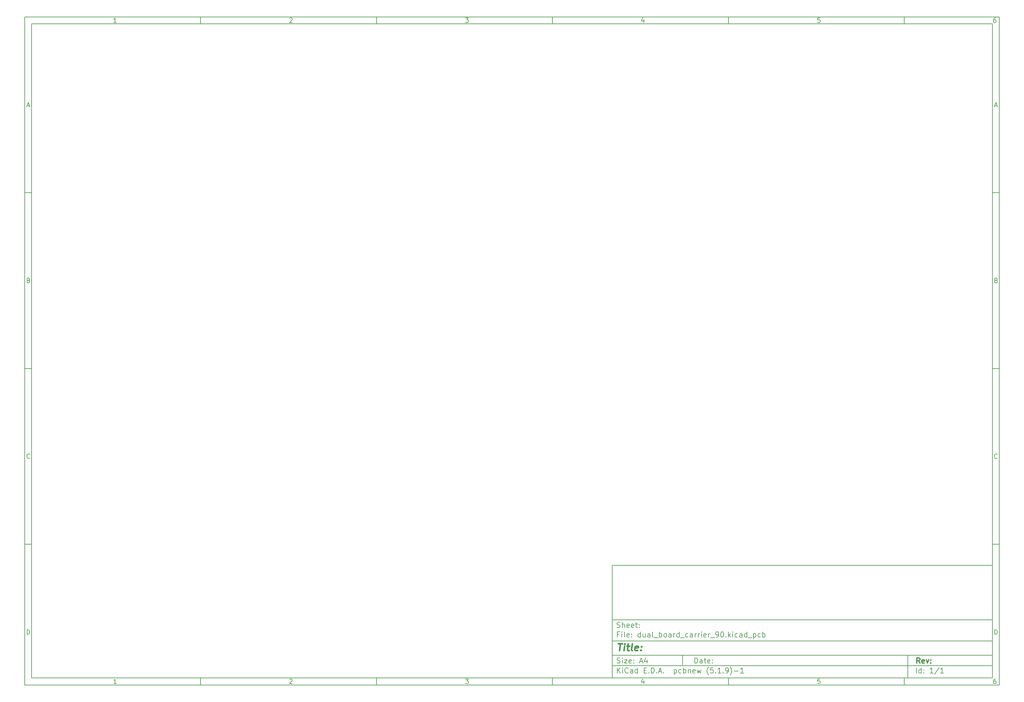
<source format=gbr>
%TF.GenerationSoftware,KiCad,Pcbnew,(5.1.9)-1*%
%TF.CreationDate,2021-02-06T18:14:13-06:00*%
%TF.ProjectId,dual_board_carrier_90,6475616c-5f62-46f6-9172-645f63617272,rev?*%
%TF.SameCoordinates,Original*%
%TF.FileFunction,Paste,Bot*%
%TF.FilePolarity,Positive*%
%FSLAX46Y46*%
G04 Gerber Fmt 4.6, Leading zero omitted, Abs format (unit mm)*
G04 Created by KiCad (PCBNEW (5.1.9)-1) date 2021-02-06 18:14:13*
%MOMM*%
%LPD*%
G01*
G04 APERTURE LIST*
%ADD10C,0.100000*%
%ADD11C,0.150000*%
%ADD12C,0.300000*%
%ADD13C,0.400000*%
G04 APERTURE END LIST*
D10*
D11*
X177002200Y-166007200D02*
X177002200Y-198007200D01*
X285002200Y-198007200D01*
X285002200Y-166007200D01*
X177002200Y-166007200D01*
D10*
D11*
X10000000Y-10000000D02*
X10000000Y-200007200D01*
X287002200Y-200007200D01*
X287002200Y-10000000D01*
X10000000Y-10000000D01*
D10*
D11*
X12000000Y-12000000D02*
X12000000Y-198007200D01*
X285002200Y-198007200D01*
X285002200Y-12000000D01*
X12000000Y-12000000D01*
D10*
D11*
X60000000Y-12000000D02*
X60000000Y-10000000D01*
D10*
D11*
X110000000Y-12000000D02*
X110000000Y-10000000D01*
D10*
D11*
X160000000Y-12000000D02*
X160000000Y-10000000D01*
D10*
D11*
X210000000Y-12000000D02*
X210000000Y-10000000D01*
D10*
D11*
X260000000Y-12000000D02*
X260000000Y-10000000D01*
D10*
D11*
X36065476Y-11588095D02*
X35322619Y-11588095D01*
X35694047Y-11588095D02*
X35694047Y-10288095D01*
X35570238Y-10473809D01*
X35446428Y-10597619D01*
X35322619Y-10659523D01*
D10*
D11*
X85322619Y-10411904D02*
X85384523Y-10350000D01*
X85508333Y-10288095D01*
X85817857Y-10288095D01*
X85941666Y-10350000D01*
X86003571Y-10411904D01*
X86065476Y-10535714D01*
X86065476Y-10659523D01*
X86003571Y-10845238D01*
X85260714Y-11588095D01*
X86065476Y-11588095D01*
D10*
D11*
X135260714Y-10288095D02*
X136065476Y-10288095D01*
X135632142Y-10783333D01*
X135817857Y-10783333D01*
X135941666Y-10845238D01*
X136003571Y-10907142D01*
X136065476Y-11030952D01*
X136065476Y-11340476D01*
X136003571Y-11464285D01*
X135941666Y-11526190D01*
X135817857Y-11588095D01*
X135446428Y-11588095D01*
X135322619Y-11526190D01*
X135260714Y-11464285D01*
D10*
D11*
X185941666Y-10721428D02*
X185941666Y-11588095D01*
X185632142Y-10226190D02*
X185322619Y-11154761D01*
X186127380Y-11154761D01*
D10*
D11*
X236003571Y-10288095D02*
X235384523Y-10288095D01*
X235322619Y-10907142D01*
X235384523Y-10845238D01*
X235508333Y-10783333D01*
X235817857Y-10783333D01*
X235941666Y-10845238D01*
X236003571Y-10907142D01*
X236065476Y-11030952D01*
X236065476Y-11340476D01*
X236003571Y-11464285D01*
X235941666Y-11526190D01*
X235817857Y-11588095D01*
X235508333Y-11588095D01*
X235384523Y-11526190D01*
X235322619Y-11464285D01*
D10*
D11*
X285941666Y-10288095D02*
X285694047Y-10288095D01*
X285570238Y-10350000D01*
X285508333Y-10411904D01*
X285384523Y-10597619D01*
X285322619Y-10845238D01*
X285322619Y-11340476D01*
X285384523Y-11464285D01*
X285446428Y-11526190D01*
X285570238Y-11588095D01*
X285817857Y-11588095D01*
X285941666Y-11526190D01*
X286003571Y-11464285D01*
X286065476Y-11340476D01*
X286065476Y-11030952D01*
X286003571Y-10907142D01*
X285941666Y-10845238D01*
X285817857Y-10783333D01*
X285570238Y-10783333D01*
X285446428Y-10845238D01*
X285384523Y-10907142D01*
X285322619Y-11030952D01*
D10*
D11*
X60000000Y-198007200D02*
X60000000Y-200007200D01*
D10*
D11*
X110000000Y-198007200D02*
X110000000Y-200007200D01*
D10*
D11*
X160000000Y-198007200D02*
X160000000Y-200007200D01*
D10*
D11*
X210000000Y-198007200D02*
X210000000Y-200007200D01*
D10*
D11*
X260000000Y-198007200D02*
X260000000Y-200007200D01*
D10*
D11*
X36065476Y-199595295D02*
X35322619Y-199595295D01*
X35694047Y-199595295D02*
X35694047Y-198295295D01*
X35570238Y-198481009D01*
X35446428Y-198604819D01*
X35322619Y-198666723D01*
D10*
D11*
X85322619Y-198419104D02*
X85384523Y-198357200D01*
X85508333Y-198295295D01*
X85817857Y-198295295D01*
X85941666Y-198357200D01*
X86003571Y-198419104D01*
X86065476Y-198542914D01*
X86065476Y-198666723D01*
X86003571Y-198852438D01*
X85260714Y-199595295D01*
X86065476Y-199595295D01*
D10*
D11*
X135260714Y-198295295D02*
X136065476Y-198295295D01*
X135632142Y-198790533D01*
X135817857Y-198790533D01*
X135941666Y-198852438D01*
X136003571Y-198914342D01*
X136065476Y-199038152D01*
X136065476Y-199347676D01*
X136003571Y-199471485D01*
X135941666Y-199533390D01*
X135817857Y-199595295D01*
X135446428Y-199595295D01*
X135322619Y-199533390D01*
X135260714Y-199471485D01*
D10*
D11*
X185941666Y-198728628D02*
X185941666Y-199595295D01*
X185632142Y-198233390D02*
X185322619Y-199161961D01*
X186127380Y-199161961D01*
D10*
D11*
X236003571Y-198295295D02*
X235384523Y-198295295D01*
X235322619Y-198914342D01*
X235384523Y-198852438D01*
X235508333Y-198790533D01*
X235817857Y-198790533D01*
X235941666Y-198852438D01*
X236003571Y-198914342D01*
X236065476Y-199038152D01*
X236065476Y-199347676D01*
X236003571Y-199471485D01*
X235941666Y-199533390D01*
X235817857Y-199595295D01*
X235508333Y-199595295D01*
X235384523Y-199533390D01*
X235322619Y-199471485D01*
D10*
D11*
X285941666Y-198295295D02*
X285694047Y-198295295D01*
X285570238Y-198357200D01*
X285508333Y-198419104D01*
X285384523Y-198604819D01*
X285322619Y-198852438D01*
X285322619Y-199347676D01*
X285384523Y-199471485D01*
X285446428Y-199533390D01*
X285570238Y-199595295D01*
X285817857Y-199595295D01*
X285941666Y-199533390D01*
X286003571Y-199471485D01*
X286065476Y-199347676D01*
X286065476Y-199038152D01*
X286003571Y-198914342D01*
X285941666Y-198852438D01*
X285817857Y-198790533D01*
X285570238Y-198790533D01*
X285446428Y-198852438D01*
X285384523Y-198914342D01*
X285322619Y-199038152D01*
D10*
D11*
X10000000Y-60000000D02*
X12000000Y-60000000D01*
D10*
D11*
X10000000Y-110000000D02*
X12000000Y-110000000D01*
D10*
D11*
X10000000Y-160000000D02*
X12000000Y-160000000D01*
D10*
D11*
X10690476Y-35216666D02*
X11309523Y-35216666D01*
X10566666Y-35588095D02*
X11000000Y-34288095D01*
X11433333Y-35588095D01*
D10*
D11*
X11092857Y-84907142D02*
X11278571Y-84969047D01*
X11340476Y-85030952D01*
X11402380Y-85154761D01*
X11402380Y-85340476D01*
X11340476Y-85464285D01*
X11278571Y-85526190D01*
X11154761Y-85588095D01*
X10659523Y-85588095D01*
X10659523Y-84288095D01*
X11092857Y-84288095D01*
X11216666Y-84350000D01*
X11278571Y-84411904D01*
X11340476Y-84535714D01*
X11340476Y-84659523D01*
X11278571Y-84783333D01*
X11216666Y-84845238D01*
X11092857Y-84907142D01*
X10659523Y-84907142D01*
D10*
D11*
X11402380Y-135464285D02*
X11340476Y-135526190D01*
X11154761Y-135588095D01*
X11030952Y-135588095D01*
X10845238Y-135526190D01*
X10721428Y-135402380D01*
X10659523Y-135278571D01*
X10597619Y-135030952D01*
X10597619Y-134845238D01*
X10659523Y-134597619D01*
X10721428Y-134473809D01*
X10845238Y-134350000D01*
X11030952Y-134288095D01*
X11154761Y-134288095D01*
X11340476Y-134350000D01*
X11402380Y-134411904D01*
D10*
D11*
X10659523Y-185588095D02*
X10659523Y-184288095D01*
X10969047Y-184288095D01*
X11154761Y-184350000D01*
X11278571Y-184473809D01*
X11340476Y-184597619D01*
X11402380Y-184845238D01*
X11402380Y-185030952D01*
X11340476Y-185278571D01*
X11278571Y-185402380D01*
X11154761Y-185526190D01*
X10969047Y-185588095D01*
X10659523Y-185588095D01*
D10*
D11*
X287002200Y-60000000D02*
X285002200Y-60000000D01*
D10*
D11*
X287002200Y-110000000D02*
X285002200Y-110000000D01*
D10*
D11*
X287002200Y-160000000D02*
X285002200Y-160000000D01*
D10*
D11*
X285692676Y-35216666D02*
X286311723Y-35216666D01*
X285568866Y-35588095D02*
X286002200Y-34288095D01*
X286435533Y-35588095D01*
D10*
D11*
X286095057Y-84907142D02*
X286280771Y-84969047D01*
X286342676Y-85030952D01*
X286404580Y-85154761D01*
X286404580Y-85340476D01*
X286342676Y-85464285D01*
X286280771Y-85526190D01*
X286156961Y-85588095D01*
X285661723Y-85588095D01*
X285661723Y-84288095D01*
X286095057Y-84288095D01*
X286218866Y-84350000D01*
X286280771Y-84411904D01*
X286342676Y-84535714D01*
X286342676Y-84659523D01*
X286280771Y-84783333D01*
X286218866Y-84845238D01*
X286095057Y-84907142D01*
X285661723Y-84907142D01*
D10*
D11*
X286404580Y-135464285D02*
X286342676Y-135526190D01*
X286156961Y-135588095D01*
X286033152Y-135588095D01*
X285847438Y-135526190D01*
X285723628Y-135402380D01*
X285661723Y-135278571D01*
X285599819Y-135030952D01*
X285599819Y-134845238D01*
X285661723Y-134597619D01*
X285723628Y-134473809D01*
X285847438Y-134350000D01*
X286033152Y-134288095D01*
X286156961Y-134288095D01*
X286342676Y-134350000D01*
X286404580Y-134411904D01*
D10*
D11*
X285661723Y-185588095D02*
X285661723Y-184288095D01*
X285971247Y-184288095D01*
X286156961Y-184350000D01*
X286280771Y-184473809D01*
X286342676Y-184597619D01*
X286404580Y-184845238D01*
X286404580Y-185030952D01*
X286342676Y-185278571D01*
X286280771Y-185402380D01*
X286156961Y-185526190D01*
X285971247Y-185588095D01*
X285661723Y-185588095D01*
D10*
D11*
X200434342Y-193785771D02*
X200434342Y-192285771D01*
X200791485Y-192285771D01*
X201005771Y-192357200D01*
X201148628Y-192500057D01*
X201220057Y-192642914D01*
X201291485Y-192928628D01*
X201291485Y-193142914D01*
X201220057Y-193428628D01*
X201148628Y-193571485D01*
X201005771Y-193714342D01*
X200791485Y-193785771D01*
X200434342Y-193785771D01*
X202577200Y-193785771D02*
X202577200Y-193000057D01*
X202505771Y-192857200D01*
X202362914Y-192785771D01*
X202077200Y-192785771D01*
X201934342Y-192857200D01*
X202577200Y-193714342D02*
X202434342Y-193785771D01*
X202077200Y-193785771D01*
X201934342Y-193714342D01*
X201862914Y-193571485D01*
X201862914Y-193428628D01*
X201934342Y-193285771D01*
X202077200Y-193214342D01*
X202434342Y-193214342D01*
X202577200Y-193142914D01*
X203077200Y-192785771D02*
X203648628Y-192785771D01*
X203291485Y-192285771D02*
X203291485Y-193571485D01*
X203362914Y-193714342D01*
X203505771Y-193785771D01*
X203648628Y-193785771D01*
X204720057Y-193714342D02*
X204577200Y-193785771D01*
X204291485Y-193785771D01*
X204148628Y-193714342D01*
X204077200Y-193571485D01*
X204077200Y-193000057D01*
X204148628Y-192857200D01*
X204291485Y-192785771D01*
X204577200Y-192785771D01*
X204720057Y-192857200D01*
X204791485Y-193000057D01*
X204791485Y-193142914D01*
X204077200Y-193285771D01*
X205434342Y-193642914D02*
X205505771Y-193714342D01*
X205434342Y-193785771D01*
X205362914Y-193714342D01*
X205434342Y-193642914D01*
X205434342Y-193785771D01*
X205434342Y-192857200D02*
X205505771Y-192928628D01*
X205434342Y-193000057D01*
X205362914Y-192928628D01*
X205434342Y-192857200D01*
X205434342Y-193000057D01*
D10*
D11*
X177002200Y-194507200D02*
X285002200Y-194507200D01*
D10*
D11*
X178434342Y-196585771D02*
X178434342Y-195085771D01*
X179291485Y-196585771D02*
X178648628Y-195728628D01*
X179291485Y-195085771D02*
X178434342Y-195942914D01*
X179934342Y-196585771D02*
X179934342Y-195585771D01*
X179934342Y-195085771D02*
X179862914Y-195157200D01*
X179934342Y-195228628D01*
X180005771Y-195157200D01*
X179934342Y-195085771D01*
X179934342Y-195228628D01*
X181505771Y-196442914D02*
X181434342Y-196514342D01*
X181220057Y-196585771D01*
X181077200Y-196585771D01*
X180862914Y-196514342D01*
X180720057Y-196371485D01*
X180648628Y-196228628D01*
X180577200Y-195942914D01*
X180577200Y-195728628D01*
X180648628Y-195442914D01*
X180720057Y-195300057D01*
X180862914Y-195157200D01*
X181077200Y-195085771D01*
X181220057Y-195085771D01*
X181434342Y-195157200D01*
X181505771Y-195228628D01*
X182791485Y-196585771D02*
X182791485Y-195800057D01*
X182720057Y-195657200D01*
X182577200Y-195585771D01*
X182291485Y-195585771D01*
X182148628Y-195657200D01*
X182791485Y-196514342D02*
X182648628Y-196585771D01*
X182291485Y-196585771D01*
X182148628Y-196514342D01*
X182077200Y-196371485D01*
X182077200Y-196228628D01*
X182148628Y-196085771D01*
X182291485Y-196014342D01*
X182648628Y-196014342D01*
X182791485Y-195942914D01*
X184148628Y-196585771D02*
X184148628Y-195085771D01*
X184148628Y-196514342D02*
X184005771Y-196585771D01*
X183720057Y-196585771D01*
X183577200Y-196514342D01*
X183505771Y-196442914D01*
X183434342Y-196300057D01*
X183434342Y-195871485D01*
X183505771Y-195728628D01*
X183577200Y-195657200D01*
X183720057Y-195585771D01*
X184005771Y-195585771D01*
X184148628Y-195657200D01*
X186005771Y-195800057D02*
X186505771Y-195800057D01*
X186720057Y-196585771D02*
X186005771Y-196585771D01*
X186005771Y-195085771D01*
X186720057Y-195085771D01*
X187362914Y-196442914D02*
X187434342Y-196514342D01*
X187362914Y-196585771D01*
X187291485Y-196514342D01*
X187362914Y-196442914D01*
X187362914Y-196585771D01*
X188077200Y-196585771D02*
X188077200Y-195085771D01*
X188434342Y-195085771D01*
X188648628Y-195157200D01*
X188791485Y-195300057D01*
X188862914Y-195442914D01*
X188934342Y-195728628D01*
X188934342Y-195942914D01*
X188862914Y-196228628D01*
X188791485Y-196371485D01*
X188648628Y-196514342D01*
X188434342Y-196585771D01*
X188077200Y-196585771D01*
X189577200Y-196442914D02*
X189648628Y-196514342D01*
X189577200Y-196585771D01*
X189505771Y-196514342D01*
X189577200Y-196442914D01*
X189577200Y-196585771D01*
X190220057Y-196157200D02*
X190934342Y-196157200D01*
X190077200Y-196585771D02*
X190577200Y-195085771D01*
X191077200Y-196585771D01*
X191577200Y-196442914D02*
X191648628Y-196514342D01*
X191577200Y-196585771D01*
X191505771Y-196514342D01*
X191577200Y-196442914D01*
X191577200Y-196585771D01*
X194577200Y-195585771D02*
X194577200Y-197085771D01*
X194577200Y-195657200D02*
X194720057Y-195585771D01*
X195005771Y-195585771D01*
X195148628Y-195657200D01*
X195220057Y-195728628D01*
X195291485Y-195871485D01*
X195291485Y-196300057D01*
X195220057Y-196442914D01*
X195148628Y-196514342D01*
X195005771Y-196585771D01*
X194720057Y-196585771D01*
X194577200Y-196514342D01*
X196577200Y-196514342D02*
X196434342Y-196585771D01*
X196148628Y-196585771D01*
X196005771Y-196514342D01*
X195934342Y-196442914D01*
X195862914Y-196300057D01*
X195862914Y-195871485D01*
X195934342Y-195728628D01*
X196005771Y-195657200D01*
X196148628Y-195585771D01*
X196434342Y-195585771D01*
X196577200Y-195657200D01*
X197220057Y-196585771D02*
X197220057Y-195085771D01*
X197220057Y-195657200D02*
X197362914Y-195585771D01*
X197648628Y-195585771D01*
X197791485Y-195657200D01*
X197862914Y-195728628D01*
X197934342Y-195871485D01*
X197934342Y-196300057D01*
X197862914Y-196442914D01*
X197791485Y-196514342D01*
X197648628Y-196585771D01*
X197362914Y-196585771D01*
X197220057Y-196514342D01*
X198577200Y-195585771D02*
X198577200Y-196585771D01*
X198577200Y-195728628D02*
X198648628Y-195657200D01*
X198791485Y-195585771D01*
X199005771Y-195585771D01*
X199148628Y-195657200D01*
X199220057Y-195800057D01*
X199220057Y-196585771D01*
X200505771Y-196514342D02*
X200362914Y-196585771D01*
X200077200Y-196585771D01*
X199934342Y-196514342D01*
X199862914Y-196371485D01*
X199862914Y-195800057D01*
X199934342Y-195657200D01*
X200077200Y-195585771D01*
X200362914Y-195585771D01*
X200505771Y-195657200D01*
X200577200Y-195800057D01*
X200577200Y-195942914D01*
X199862914Y-196085771D01*
X201077200Y-195585771D02*
X201362914Y-196585771D01*
X201648628Y-195871485D01*
X201934342Y-196585771D01*
X202220057Y-195585771D01*
X204362914Y-197157200D02*
X204291485Y-197085771D01*
X204148628Y-196871485D01*
X204077200Y-196728628D01*
X204005771Y-196514342D01*
X203934342Y-196157200D01*
X203934342Y-195871485D01*
X204005771Y-195514342D01*
X204077200Y-195300057D01*
X204148628Y-195157200D01*
X204291485Y-194942914D01*
X204362914Y-194871485D01*
X205648628Y-195085771D02*
X204934342Y-195085771D01*
X204862914Y-195800057D01*
X204934342Y-195728628D01*
X205077200Y-195657200D01*
X205434342Y-195657200D01*
X205577200Y-195728628D01*
X205648628Y-195800057D01*
X205720057Y-195942914D01*
X205720057Y-196300057D01*
X205648628Y-196442914D01*
X205577200Y-196514342D01*
X205434342Y-196585771D01*
X205077200Y-196585771D01*
X204934342Y-196514342D01*
X204862914Y-196442914D01*
X206362914Y-196442914D02*
X206434342Y-196514342D01*
X206362914Y-196585771D01*
X206291485Y-196514342D01*
X206362914Y-196442914D01*
X206362914Y-196585771D01*
X207862914Y-196585771D02*
X207005771Y-196585771D01*
X207434342Y-196585771D02*
X207434342Y-195085771D01*
X207291485Y-195300057D01*
X207148628Y-195442914D01*
X207005771Y-195514342D01*
X208505771Y-196442914D02*
X208577200Y-196514342D01*
X208505771Y-196585771D01*
X208434342Y-196514342D01*
X208505771Y-196442914D01*
X208505771Y-196585771D01*
X209291485Y-196585771D02*
X209577200Y-196585771D01*
X209720057Y-196514342D01*
X209791485Y-196442914D01*
X209934342Y-196228628D01*
X210005771Y-195942914D01*
X210005771Y-195371485D01*
X209934342Y-195228628D01*
X209862914Y-195157200D01*
X209720057Y-195085771D01*
X209434342Y-195085771D01*
X209291485Y-195157200D01*
X209220057Y-195228628D01*
X209148628Y-195371485D01*
X209148628Y-195728628D01*
X209220057Y-195871485D01*
X209291485Y-195942914D01*
X209434342Y-196014342D01*
X209720057Y-196014342D01*
X209862914Y-195942914D01*
X209934342Y-195871485D01*
X210005771Y-195728628D01*
X210505771Y-197157200D02*
X210577200Y-197085771D01*
X210720057Y-196871485D01*
X210791485Y-196728628D01*
X210862914Y-196514342D01*
X210934342Y-196157200D01*
X210934342Y-195871485D01*
X210862914Y-195514342D01*
X210791485Y-195300057D01*
X210720057Y-195157200D01*
X210577200Y-194942914D01*
X210505771Y-194871485D01*
X211648628Y-196014342D02*
X212791485Y-196014342D01*
X214291485Y-196585771D02*
X213434342Y-196585771D01*
X213862914Y-196585771D02*
X213862914Y-195085771D01*
X213720057Y-195300057D01*
X213577200Y-195442914D01*
X213434342Y-195514342D01*
D10*
D11*
X177002200Y-191507200D02*
X285002200Y-191507200D01*
D10*
D12*
X264411485Y-193785771D02*
X263911485Y-193071485D01*
X263554342Y-193785771D02*
X263554342Y-192285771D01*
X264125771Y-192285771D01*
X264268628Y-192357200D01*
X264340057Y-192428628D01*
X264411485Y-192571485D01*
X264411485Y-192785771D01*
X264340057Y-192928628D01*
X264268628Y-193000057D01*
X264125771Y-193071485D01*
X263554342Y-193071485D01*
X265625771Y-193714342D02*
X265482914Y-193785771D01*
X265197200Y-193785771D01*
X265054342Y-193714342D01*
X264982914Y-193571485D01*
X264982914Y-193000057D01*
X265054342Y-192857200D01*
X265197200Y-192785771D01*
X265482914Y-192785771D01*
X265625771Y-192857200D01*
X265697200Y-193000057D01*
X265697200Y-193142914D01*
X264982914Y-193285771D01*
X266197200Y-192785771D02*
X266554342Y-193785771D01*
X266911485Y-192785771D01*
X267482914Y-193642914D02*
X267554342Y-193714342D01*
X267482914Y-193785771D01*
X267411485Y-193714342D01*
X267482914Y-193642914D01*
X267482914Y-193785771D01*
X267482914Y-192857200D02*
X267554342Y-192928628D01*
X267482914Y-193000057D01*
X267411485Y-192928628D01*
X267482914Y-192857200D01*
X267482914Y-193000057D01*
D10*
D11*
X178362914Y-193714342D02*
X178577200Y-193785771D01*
X178934342Y-193785771D01*
X179077200Y-193714342D01*
X179148628Y-193642914D01*
X179220057Y-193500057D01*
X179220057Y-193357200D01*
X179148628Y-193214342D01*
X179077200Y-193142914D01*
X178934342Y-193071485D01*
X178648628Y-193000057D01*
X178505771Y-192928628D01*
X178434342Y-192857200D01*
X178362914Y-192714342D01*
X178362914Y-192571485D01*
X178434342Y-192428628D01*
X178505771Y-192357200D01*
X178648628Y-192285771D01*
X179005771Y-192285771D01*
X179220057Y-192357200D01*
X179862914Y-193785771D02*
X179862914Y-192785771D01*
X179862914Y-192285771D02*
X179791485Y-192357200D01*
X179862914Y-192428628D01*
X179934342Y-192357200D01*
X179862914Y-192285771D01*
X179862914Y-192428628D01*
X180434342Y-192785771D02*
X181220057Y-192785771D01*
X180434342Y-193785771D01*
X181220057Y-193785771D01*
X182362914Y-193714342D02*
X182220057Y-193785771D01*
X181934342Y-193785771D01*
X181791485Y-193714342D01*
X181720057Y-193571485D01*
X181720057Y-193000057D01*
X181791485Y-192857200D01*
X181934342Y-192785771D01*
X182220057Y-192785771D01*
X182362914Y-192857200D01*
X182434342Y-193000057D01*
X182434342Y-193142914D01*
X181720057Y-193285771D01*
X183077200Y-193642914D02*
X183148628Y-193714342D01*
X183077200Y-193785771D01*
X183005771Y-193714342D01*
X183077200Y-193642914D01*
X183077200Y-193785771D01*
X183077200Y-192857200D02*
X183148628Y-192928628D01*
X183077200Y-193000057D01*
X183005771Y-192928628D01*
X183077200Y-192857200D01*
X183077200Y-193000057D01*
X184862914Y-193357200D02*
X185577200Y-193357200D01*
X184720057Y-193785771D02*
X185220057Y-192285771D01*
X185720057Y-193785771D01*
X186862914Y-192785771D02*
X186862914Y-193785771D01*
X186505771Y-192214342D02*
X186148628Y-193285771D01*
X187077200Y-193285771D01*
D10*
D11*
X263434342Y-196585771D02*
X263434342Y-195085771D01*
X264791485Y-196585771D02*
X264791485Y-195085771D01*
X264791485Y-196514342D02*
X264648628Y-196585771D01*
X264362914Y-196585771D01*
X264220057Y-196514342D01*
X264148628Y-196442914D01*
X264077200Y-196300057D01*
X264077200Y-195871485D01*
X264148628Y-195728628D01*
X264220057Y-195657200D01*
X264362914Y-195585771D01*
X264648628Y-195585771D01*
X264791485Y-195657200D01*
X265505771Y-196442914D02*
X265577200Y-196514342D01*
X265505771Y-196585771D01*
X265434342Y-196514342D01*
X265505771Y-196442914D01*
X265505771Y-196585771D01*
X265505771Y-195657200D02*
X265577200Y-195728628D01*
X265505771Y-195800057D01*
X265434342Y-195728628D01*
X265505771Y-195657200D01*
X265505771Y-195800057D01*
X268148628Y-196585771D02*
X267291485Y-196585771D01*
X267720057Y-196585771D02*
X267720057Y-195085771D01*
X267577200Y-195300057D01*
X267434342Y-195442914D01*
X267291485Y-195514342D01*
X269862914Y-195014342D02*
X268577200Y-196942914D01*
X271148628Y-196585771D02*
X270291485Y-196585771D01*
X270720057Y-196585771D02*
X270720057Y-195085771D01*
X270577200Y-195300057D01*
X270434342Y-195442914D01*
X270291485Y-195514342D01*
D10*
D11*
X177002200Y-187507200D02*
X285002200Y-187507200D01*
D10*
D13*
X178714580Y-188211961D02*
X179857438Y-188211961D01*
X179036009Y-190211961D02*
X179286009Y-188211961D01*
X180274104Y-190211961D02*
X180440771Y-188878628D01*
X180524104Y-188211961D02*
X180416961Y-188307200D01*
X180500295Y-188402438D01*
X180607438Y-188307200D01*
X180524104Y-188211961D01*
X180500295Y-188402438D01*
X181107438Y-188878628D02*
X181869342Y-188878628D01*
X181476485Y-188211961D02*
X181262200Y-189926247D01*
X181333628Y-190116723D01*
X181512200Y-190211961D01*
X181702676Y-190211961D01*
X182655057Y-190211961D02*
X182476485Y-190116723D01*
X182405057Y-189926247D01*
X182619342Y-188211961D01*
X184190771Y-190116723D02*
X183988390Y-190211961D01*
X183607438Y-190211961D01*
X183428866Y-190116723D01*
X183357438Y-189926247D01*
X183452676Y-189164342D01*
X183571723Y-188973866D01*
X183774104Y-188878628D01*
X184155057Y-188878628D01*
X184333628Y-188973866D01*
X184405057Y-189164342D01*
X184381247Y-189354819D01*
X183405057Y-189545295D01*
X185155057Y-190021485D02*
X185238390Y-190116723D01*
X185131247Y-190211961D01*
X185047914Y-190116723D01*
X185155057Y-190021485D01*
X185131247Y-190211961D01*
X185286009Y-188973866D02*
X185369342Y-189069104D01*
X185262200Y-189164342D01*
X185178866Y-189069104D01*
X185286009Y-188973866D01*
X185262200Y-189164342D01*
D10*
D11*
X178934342Y-185600057D02*
X178434342Y-185600057D01*
X178434342Y-186385771D02*
X178434342Y-184885771D01*
X179148628Y-184885771D01*
X179720057Y-186385771D02*
X179720057Y-185385771D01*
X179720057Y-184885771D02*
X179648628Y-184957200D01*
X179720057Y-185028628D01*
X179791485Y-184957200D01*
X179720057Y-184885771D01*
X179720057Y-185028628D01*
X180648628Y-186385771D02*
X180505771Y-186314342D01*
X180434342Y-186171485D01*
X180434342Y-184885771D01*
X181791485Y-186314342D02*
X181648628Y-186385771D01*
X181362914Y-186385771D01*
X181220057Y-186314342D01*
X181148628Y-186171485D01*
X181148628Y-185600057D01*
X181220057Y-185457200D01*
X181362914Y-185385771D01*
X181648628Y-185385771D01*
X181791485Y-185457200D01*
X181862914Y-185600057D01*
X181862914Y-185742914D01*
X181148628Y-185885771D01*
X182505771Y-186242914D02*
X182577200Y-186314342D01*
X182505771Y-186385771D01*
X182434342Y-186314342D01*
X182505771Y-186242914D01*
X182505771Y-186385771D01*
X182505771Y-185457200D02*
X182577200Y-185528628D01*
X182505771Y-185600057D01*
X182434342Y-185528628D01*
X182505771Y-185457200D01*
X182505771Y-185600057D01*
X185005771Y-186385771D02*
X185005771Y-184885771D01*
X185005771Y-186314342D02*
X184862914Y-186385771D01*
X184577200Y-186385771D01*
X184434342Y-186314342D01*
X184362914Y-186242914D01*
X184291485Y-186100057D01*
X184291485Y-185671485D01*
X184362914Y-185528628D01*
X184434342Y-185457200D01*
X184577200Y-185385771D01*
X184862914Y-185385771D01*
X185005771Y-185457200D01*
X186362914Y-185385771D02*
X186362914Y-186385771D01*
X185720057Y-185385771D02*
X185720057Y-186171485D01*
X185791485Y-186314342D01*
X185934342Y-186385771D01*
X186148628Y-186385771D01*
X186291485Y-186314342D01*
X186362914Y-186242914D01*
X187720057Y-186385771D02*
X187720057Y-185600057D01*
X187648628Y-185457200D01*
X187505771Y-185385771D01*
X187220057Y-185385771D01*
X187077200Y-185457200D01*
X187720057Y-186314342D02*
X187577200Y-186385771D01*
X187220057Y-186385771D01*
X187077200Y-186314342D01*
X187005771Y-186171485D01*
X187005771Y-186028628D01*
X187077200Y-185885771D01*
X187220057Y-185814342D01*
X187577200Y-185814342D01*
X187720057Y-185742914D01*
X188648628Y-186385771D02*
X188505771Y-186314342D01*
X188434342Y-186171485D01*
X188434342Y-184885771D01*
X188862914Y-186528628D02*
X190005771Y-186528628D01*
X190362914Y-186385771D02*
X190362914Y-184885771D01*
X190362914Y-185457200D02*
X190505771Y-185385771D01*
X190791485Y-185385771D01*
X190934342Y-185457200D01*
X191005771Y-185528628D01*
X191077200Y-185671485D01*
X191077200Y-186100057D01*
X191005771Y-186242914D01*
X190934342Y-186314342D01*
X190791485Y-186385771D01*
X190505771Y-186385771D01*
X190362914Y-186314342D01*
X191934342Y-186385771D02*
X191791485Y-186314342D01*
X191720057Y-186242914D01*
X191648628Y-186100057D01*
X191648628Y-185671485D01*
X191720057Y-185528628D01*
X191791485Y-185457200D01*
X191934342Y-185385771D01*
X192148628Y-185385771D01*
X192291485Y-185457200D01*
X192362914Y-185528628D01*
X192434342Y-185671485D01*
X192434342Y-186100057D01*
X192362914Y-186242914D01*
X192291485Y-186314342D01*
X192148628Y-186385771D01*
X191934342Y-186385771D01*
X193720057Y-186385771D02*
X193720057Y-185600057D01*
X193648628Y-185457200D01*
X193505771Y-185385771D01*
X193220057Y-185385771D01*
X193077200Y-185457200D01*
X193720057Y-186314342D02*
X193577200Y-186385771D01*
X193220057Y-186385771D01*
X193077200Y-186314342D01*
X193005771Y-186171485D01*
X193005771Y-186028628D01*
X193077200Y-185885771D01*
X193220057Y-185814342D01*
X193577200Y-185814342D01*
X193720057Y-185742914D01*
X194434342Y-186385771D02*
X194434342Y-185385771D01*
X194434342Y-185671485D02*
X194505771Y-185528628D01*
X194577200Y-185457200D01*
X194720057Y-185385771D01*
X194862914Y-185385771D01*
X196005771Y-186385771D02*
X196005771Y-184885771D01*
X196005771Y-186314342D02*
X195862914Y-186385771D01*
X195577200Y-186385771D01*
X195434342Y-186314342D01*
X195362914Y-186242914D01*
X195291485Y-186100057D01*
X195291485Y-185671485D01*
X195362914Y-185528628D01*
X195434342Y-185457200D01*
X195577200Y-185385771D01*
X195862914Y-185385771D01*
X196005771Y-185457200D01*
X196362914Y-186528628D02*
X197505771Y-186528628D01*
X198505771Y-186314342D02*
X198362914Y-186385771D01*
X198077200Y-186385771D01*
X197934342Y-186314342D01*
X197862914Y-186242914D01*
X197791485Y-186100057D01*
X197791485Y-185671485D01*
X197862914Y-185528628D01*
X197934342Y-185457200D01*
X198077200Y-185385771D01*
X198362914Y-185385771D01*
X198505771Y-185457200D01*
X199791485Y-186385771D02*
X199791485Y-185600057D01*
X199720057Y-185457200D01*
X199577200Y-185385771D01*
X199291485Y-185385771D01*
X199148628Y-185457200D01*
X199791485Y-186314342D02*
X199648628Y-186385771D01*
X199291485Y-186385771D01*
X199148628Y-186314342D01*
X199077200Y-186171485D01*
X199077200Y-186028628D01*
X199148628Y-185885771D01*
X199291485Y-185814342D01*
X199648628Y-185814342D01*
X199791485Y-185742914D01*
X200505771Y-186385771D02*
X200505771Y-185385771D01*
X200505771Y-185671485D02*
X200577200Y-185528628D01*
X200648628Y-185457200D01*
X200791485Y-185385771D01*
X200934342Y-185385771D01*
X201434342Y-186385771D02*
X201434342Y-185385771D01*
X201434342Y-185671485D02*
X201505771Y-185528628D01*
X201577200Y-185457200D01*
X201720057Y-185385771D01*
X201862914Y-185385771D01*
X202362914Y-186385771D02*
X202362914Y-185385771D01*
X202362914Y-184885771D02*
X202291485Y-184957200D01*
X202362914Y-185028628D01*
X202434342Y-184957200D01*
X202362914Y-184885771D01*
X202362914Y-185028628D01*
X203648628Y-186314342D02*
X203505771Y-186385771D01*
X203220057Y-186385771D01*
X203077200Y-186314342D01*
X203005771Y-186171485D01*
X203005771Y-185600057D01*
X203077200Y-185457200D01*
X203220057Y-185385771D01*
X203505771Y-185385771D01*
X203648628Y-185457200D01*
X203720057Y-185600057D01*
X203720057Y-185742914D01*
X203005771Y-185885771D01*
X204362914Y-186385771D02*
X204362914Y-185385771D01*
X204362914Y-185671485D02*
X204434342Y-185528628D01*
X204505771Y-185457200D01*
X204648628Y-185385771D01*
X204791485Y-185385771D01*
X204934342Y-186528628D02*
X206077200Y-186528628D01*
X206505771Y-186385771D02*
X206791485Y-186385771D01*
X206934342Y-186314342D01*
X207005771Y-186242914D01*
X207148628Y-186028628D01*
X207220057Y-185742914D01*
X207220057Y-185171485D01*
X207148628Y-185028628D01*
X207077200Y-184957200D01*
X206934342Y-184885771D01*
X206648628Y-184885771D01*
X206505771Y-184957200D01*
X206434342Y-185028628D01*
X206362914Y-185171485D01*
X206362914Y-185528628D01*
X206434342Y-185671485D01*
X206505771Y-185742914D01*
X206648628Y-185814342D01*
X206934342Y-185814342D01*
X207077200Y-185742914D01*
X207148628Y-185671485D01*
X207220057Y-185528628D01*
X208148628Y-184885771D02*
X208291485Y-184885771D01*
X208434342Y-184957200D01*
X208505771Y-185028628D01*
X208577200Y-185171485D01*
X208648628Y-185457200D01*
X208648628Y-185814342D01*
X208577200Y-186100057D01*
X208505771Y-186242914D01*
X208434342Y-186314342D01*
X208291485Y-186385771D01*
X208148628Y-186385771D01*
X208005771Y-186314342D01*
X207934342Y-186242914D01*
X207862914Y-186100057D01*
X207791485Y-185814342D01*
X207791485Y-185457200D01*
X207862914Y-185171485D01*
X207934342Y-185028628D01*
X208005771Y-184957200D01*
X208148628Y-184885771D01*
X209291485Y-186242914D02*
X209362914Y-186314342D01*
X209291485Y-186385771D01*
X209220057Y-186314342D01*
X209291485Y-186242914D01*
X209291485Y-186385771D01*
X210005771Y-186385771D02*
X210005771Y-184885771D01*
X210148628Y-185814342D02*
X210577200Y-186385771D01*
X210577200Y-185385771D02*
X210005771Y-185957200D01*
X211220057Y-186385771D02*
X211220057Y-185385771D01*
X211220057Y-184885771D02*
X211148628Y-184957200D01*
X211220057Y-185028628D01*
X211291485Y-184957200D01*
X211220057Y-184885771D01*
X211220057Y-185028628D01*
X212577200Y-186314342D02*
X212434342Y-186385771D01*
X212148628Y-186385771D01*
X212005771Y-186314342D01*
X211934342Y-186242914D01*
X211862914Y-186100057D01*
X211862914Y-185671485D01*
X211934342Y-185528628D01*
X212005771Y-185457200D01*
X212148628Y-185385771D01*
X212434342Y-185385771D01*
X212577200Y-185457200D01*
X213862914Y-186385771D02*
X213862914Y-185600057D01*
X213791485Y-185457200D01*
X213648628Y-185385771D01*
X213362914Y-185385771D01*
X213220057Y-185457200D01*
X213862914Y-186314342D02*
X213720057Y-186385771D01*
X213362914Y-186385771D01*
X213220057Y-186314342D01*
X213148628Y-186171485D01*
X213148628Y-186028628D01*
X213220057Y-185885771D01*
X213362914Y-185814342D01*
X213720057Y-185814342D01*
X213862914Y-185742914D01*
X215220057Y-186385771D02*
X215220057Y-184885771D01*
X215220057Y-186314342D02*
X215077200Y-186385771D01*
X214791485Y-186385771D01*
X214648628Y-186314342D01*
X214577200Y-186242914D01*
X214505771Y-186100057D01*
X214505771Y-185671485D01*
X214577200Y-185528628D01*
X214648628Y-185457200D01*
X214791485Y-185385771D01*
X215077200Y-185385771D01*
X215220057Y-185457200D01*
X215577200Y-186528628D02*
X216720057Y-186528628D01*
X217077200Y-185385771D02*
X217077200Y-186885771D01*
X217077200Y-185457200D02*
X217220057Y-185385771D01*
X217505771Y-185385771D01*
X217648628Y-185457200D01*
X217720057Y-185528628D01*
X217791485Y-185671485D01*
X217791485Y-186100057D01*
X217720057Y-186242914D01*
X217648628Y-186314342D01*
X217505771Y-186385771D01*
X217220057Y-186385771D01*
X217077200Y-186314342D01*
X219077200Y-186314342D02*
X218934342Y-186385771D01*
X218648628Y-186385771D01*
X218505771Y-186314342D01*
X218434342Y-186242914D01*
X218362914Y-186100057D01*
X218362914Y-185671485D01*
X218434342Y-185528628D01*
X218505771Y-185457200D01*
X218648628Y-185385771D01*
X218934342Y-185385771D01*
X219077200Y-185457200D01*
X219720057Y-186385771D02*
X219720057Y-184885771D01*
X219720057Y-185457200D02*
X219862914Y-185385771D01*
X220148628Y-185385771D01*
X220291485Y-185457200D01*
X220362914Y-185528628D01*
X220434342Y-185671485D01*
X220434342Y-186100057D01*
X220362914Y-186242914D01*
X220291485Y-186314342D01*
X220148628Y-186385771D01*
X219862914Y-186385771D01*
X219720057Y-186314342D01*
D10*
D11*
X177002200Y-181507200D02*
X285002200Y-181507200D01*
D10*
D11*
X178362914Y-183614342D02*
X178577200Y-183685771D01*
X178934342Y-183685771D01*
X179077200Y-183614342D01*
X179148628Y-183542914D01*
X179220057Y-183400057D01*
X179220057Y-183257200D01*
X179148628Y-183114342D01*
X179077200Y-183042914D01*
X178934342Y-182971485D01*
X178648628Y-182900057D01*
X178505771Y-182828628D01*
X178434342Y-182757200D01*
X178362914Y-182614342D01*
X178362914Y-182471485D01*
X178434342Y-182328628D01*
X178505771Y-182257200D01*
X178648628Y-182185771D01*
X179005771Y-182185771D01*
X179220057Y-182257200D01*
X179862914Y-183685771D02*
X179862914Y-182185771D01*
X180505771Y-183685771D02*
X180505771Y-182900057D01*
X180434342Y-182757200D01*
X180291485Y-182685771D01*
X180077200Y-182685771D01*
X179934342Y-182757200D01*
X179862914Y-182828628D01*
X181791485Y-183614342D02*
X181648628Y-183685771D01*
X181362914Y-183685771D01*
X181220057Y-183614342D01*
X181148628Y-183471485D01*
X181148628Y-182900057D01*
X181220057Y-182757200D01*
X181362914Y-182685771D01*
X181648628Y-182685771D01*
X181791485Y-182757200D01*
X181862914Y-182900057D01*
X181862914Y-183042914D01*
X181148628Y-183185771D01*
X183077200Y-183614342D02*
X182934342Y-183685771D01*
X182648628Y-183685771D01*
X182505771Y-183614342D01*
X182434342Y-183471485D01*
X182434342Y-182900057D01*
X182505771Y-182757200D01*
X182648628Y-182685771D01*
X182934342Y-182685771D01*
X183077200Y-182757200D01*
X183148628Y-182900057D01*
X183148628Y-183042914D01*
X182434342Y-183185771D01*
X183577200Y-182685771D02*
X184148628Y-182685771D01*
X183791485Y-182185771D02*
X183791485Y-183471485D01*
X183862914Y-183614342D01*
X184005771Y-183685771D01*
X184148628Y-183685771D01*
X184648628Y-183542914D02*
X184720057Y-183614342D01*
X184648628Y-183685771D01*
X184577200Y-183614342D01*
X184648628Y-183542914D01*
X184648628Y-183685771D01*
X184648628Y-182757200D02*
X184720057Y-182828628D01*
X184648628Y-182900057D01*
X184577200Y-182828628D01*
X184648628Y-182757200D01*
X184648628Y-182900057D01*
D10*
D11*
X197002200Y-191507200D02*
X197002200Y-194507200D01*
D10*
D11*
X261002200Y-191507200D02*
X261002200Y-198007200D01*
M02*

</source>
